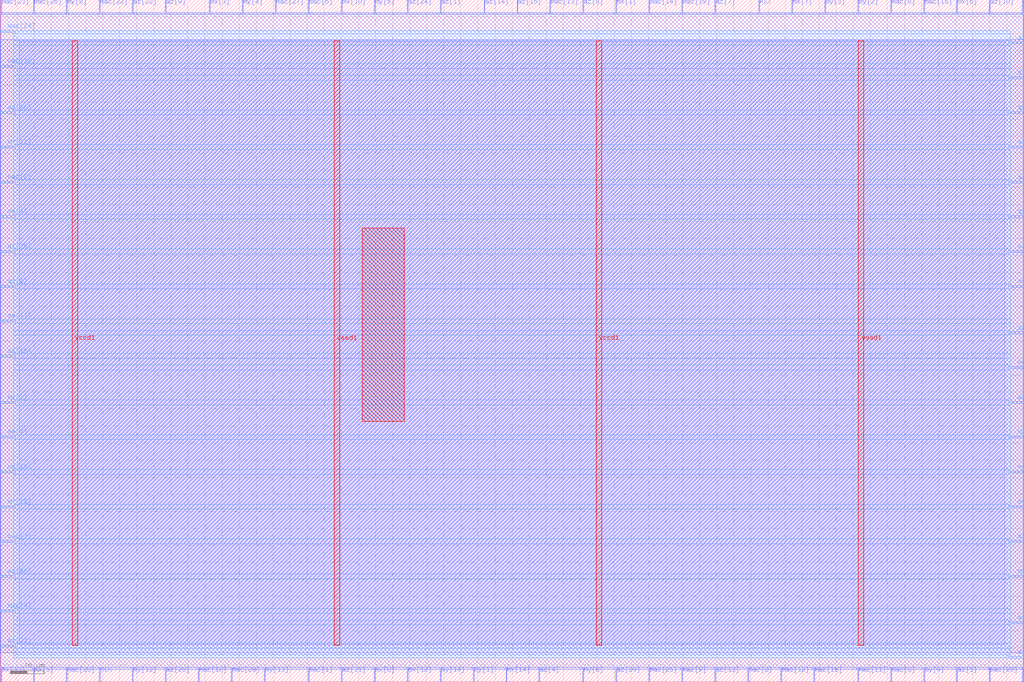
<source format=lef>
VERSION 5.7 ;
  NOWIREEXTENSIONATPIN ON ;
  DIVIDERCHAR "/" ;
  BUSBITCHARS "[]" ;
MACRO mac_top
  CLASS BLOCK ;
  FOREIGN mac_top ;
  ORIGIN 0.000 0.000 ;
  SIZE 300.000 BY 200.000 ;
  PIN CLK
    DIRECTION INPUT ;
    USE SIGNAL ;
    PORT
      LAYER met2 ;
        RECT 29.070 0.000 29.350 4.000 ;
    END
  END CLK
  PIN RST
    DIRECTION INPUT ;
    USE SIGNAL ;
    PORT
      LAYER met2 ;
        RECT 222.270 196.000 222.550 200.000 ;
    END
  END RST
  PIN az[0]
    DIRECTION INPUT ;
    USE SIGNAL ;
    PORT
      LAYER met3 ;
        RECT 0.000 115.640 4.000 116.240 ;
    END
  END az[0]
  PIN az[10]
    DIRECTION INPUT ;
    USE SIGNAL ;
    PORT
      LAYER met2 ;
        RECT 289.890 196.000 290.170 200.000 ;
    END
  END az[10]
  PIN az[11]
    DIRECTION INPUT ;
    USE SIGNAL ;
    PORT
      LAYER met3 ;
        RECT 296.000 156.440 300.000 157.040 ;
    END
  END az[11]
  PIN az[12]
    DIRECTION INPUT ;
    USE SIGNAL ;
    PORT
      LAYER met3 ;
        RECT 296.000 102.040 300.000 102.640 ;
    END
  END az[12]
  PIN az[13]
    DIRECTION INPUT ;
    USE SIGNAL ;
    PORT
      LAYER met2 ;
        RECT 209.390 0.000 209.670 4.000 ;
    END
  END az[13]
  PIN az[14]
    DIRECTION INPUT ;
    USE SIGNAL ;
    PORT
      LAYER met2 ;
        RECT 141.770 196.000 142.050 200.000 ;
    END
  END az[14]
  PIN az[15]
    DIRECTION INPUT ;
    USE SIGNAL ;
    PORT
      LAYER met2 ;
        RECT 151.430 196.000 151.710 200.000 ;
    END
  END az[15]
  PIN az[16]
    DIRECTION INPUT ;
    USE SIGNAL ;
    PORT
      LAYER met3 ;
        RECT 0.000 95.240 4.000 95.840 ;
    END
  END az[16]
  PIN az[17]
    DIRECTION INPUT ;
    USE SIGNAL ;
    PORT
      LAYER met3 ;
        RECT 296.000 187.040 300.000 187.640 ;
    END
  END az[17]
  PIN az[18]
    DIRECTION INPUT ;
    USE SIGNAL ;
    PORT
      LAYER met3 ;
        RECT 296.000 6.840 300.000 7.440 ;
    END
  END az[18]
  PIN az[19]
    DIRECTION INPUT ;
    USE SIGNAL ;
    PORT
      LAYER met3 ;
        RECT 296.000 146.240 300.000 146.840 ;
    END
  END az[19]
  PIN az[1]
    DIRECTION INPUT ;
    USE SIGNAL ;
    PORT
      LAYER met2 ;
        RECT 128.890 196.000 129.170 200.000 ;
    END
  END az[1]
  PIN az[20]
    DIRECTION INPUT ;
    USE SIGNAL ;
    PORT
      LAYER met2 ;
        RECT 180.410 0.000 180.690 4.000 ;
    END
  END az[20]
  PIN az[21]
    DIRECTION INPUT ;
    USE SIGNAL ;
    PORT
      LAYER met3 ;
        RECT 0.000 10.240 4.000 10.840 ;
    END
  END az[21]
  PIN az[22]
    DIRECTION INPUT ;
    USE SIGNAL ;
    PORT
      LAYER met2 ;
        RECT 38.730 196.000 39.010 200.000 ;
    END
  END az[22]
  PIN az[23]
    DIRECTION INPUT ;
    USE SIGNAL ;
    PORT
      LAYER met3 ;
        RECT 296.000 176.840 300.000 177.440 ;
    END
  END az[23]
  PIN az[24]
    DIRECTION INPUT ;
    USE SIGNAL ;
    PORT
      LAYER met2 ;
        RECT 119.230 196.000 119.510 200.000 ;
    END
  END az[24]
  PIN az[25]
    DIRECTION INPUT ;
    USE SIGNAL ;
    PORT
      LAYER met3 ;
        RECT 0.000 125.840 4.000 126.440 ;
    END
  END az[25]
  PIN az[26]
    DIRECTION INPUT ;
    USE SIGNAL ;
    PORT
      LAYER met3 ;
        RECT 0.000 166.640 4.000 167.240 ;
    END
  END az[26]
  PIN az[27]
    DIRECTION INPUT ;
    USE SIGNAL ;
    PORT
      LAYER met3 ;
        RECT 296.000 40.840 300.000 41.440 ;
    END
  END az[27]
  PIN az[28]
    DIRECTION INPUT ;
    USE SIGNAL ;
    PORT
      LAYER met2 ;
        RECT 48.390 0.000 48.670 4.000 ;
    END
  END az[28]
  PIN az[29]
    DIRECTION INPUT ;
    USE SIGNAL ;
    PORT
      LAYER met3 ;
        RECT 296.000 81.640 300.000 82.240 ;
    END
  END az[29]
  PIN az[2]
    DIRECTION INPUT ;
    USE SIGNAL ;
    PORT
      LAYER met3 ;
        RECT 296.000 17.040 300.000 17.640 ;
    END
  END az[2]
  PIN az[30]
    DIRECTION INPUT ;
    USE SIGNAL ;
    PORT
      LAYER met3 ;
        RECT 0.000 30.640 4.000 31.240 ;
    END
  END az[30]
  PIN az[31]
    DIRECTION INPUT ;
    USE SIGNAL ;
    PORT
      LAYER met2 ;
        RECT 99.910 0.000 100.190 4.000 ;
    END
  END az[31]
  PIN az[3]
    DIRECTION INPUT ;
    USE SIGNAL ;
    PORT
      LAYER met3 ;
        RECT 296.000 136.040 300.000 136.640 ;
    END
  END az[3]
  PIN az[4]
    DIRECTION INPUT ;
    USE SIGNAL ;
    PORT
      LAYER met2 ;
        RECT 157.870 0.000 158.150 4.000 ;
    END
  END az[4]
  PIN az[5]
    DIRECTION INPUT ;
    USE SIGNAL ;
    PORT
      LAYER met2 ;
        RECT 280.230 0.000 280.510 4.000 ;
    END
  END az[5]
  PIN az[6]
    DIRECTION INPUT ;
    USE SIGNAL ;
    PORT
      LAYER met3 ;
        RECT 296.000 166.640 300.000 167.240 ;
    END
  END az[6]
  PIN az[7]
    DIRECTION INPUT ;
    USE SIGNAL ;
    PORT
      LAYER met2 ;
        RECT 209.390 196.000 209.670 200.000 ;
    END
  END az[7]
  PIN az[8]
    DIRECTION INPUT ;
    USE SIGNAL ;
    PORT
      LAYER met2 ;
        RECT 170.750 196.000 171.030 200.000 ;
    END
  END az[8]
  PIN az[9]
    DIRECTION INPUT ;
    USE SIGNAL ;
    PORT
      LAYER met2 ;
        RECT 48.390 196.000 48.670 200.000 ;
    END
  END az[9]
  PIN mac[0]
    DIRECTION OUTPUT TRISTATE ;
    USE SIGNAL ;
    PORT
      LAYER met2 ;
        RECT 260.910 196.000 261.190 200.000 ;
    END
  END mac[0]
  PIN mac[10]
    DIRECTION OUTPUT TRISTATE ;
    USE SIGNAL ;
    PORT
      LAYER met2 ;
        RECT 58.050 0.000 58.330 4.000 ;
    END
  END mac[10]
  PIN mac[11]
    DIRECTION OUTPUT TRISTATE ;
    USE SIGNAL ;
    PORT
      LAYER met2 ;
        RECT 251.250 0.000 251.530 4.000 ;
    END
  END mac[11]
  PIN mac[12]
    DIRECTION OUTPUT TRISTATE ;
    USE SIGNAL ;
    PORT
      LAYER met2 ;
        RECT 228.710 0.000 228.990 4.000 ;
    END
  END mac[12]
  PIN mac[13]
    DIRECTION OUTPUT TRISTATE ;
    USE SIGNAL ;
    PORT
      LAYER met2 ;
        RECT 161.090 196.000 161.370 200.000 ;
    END
  END mac[13]
  PIN mac[14]
    DIRECTION OUTPUT TRISTATE ;
    USE SIGNAL ;
    PORT
      LAYER met2 ;
        RECT 190.070 196.000 190.350 200.000 ;
    END
  END mac[14]
  PIN mac[15]
    DIRECTION OUTPUT TRISTATE ;
    USE SIGNAL ;
    PORT
      LAYER met2 ;
        RECT 270.570 196.000 270.850 200.000 ;
    END
  END mac[15]
  PIN mac[16]
    DIRECTION OUTPUT TRISTATE ;
    USE SIGNAL ;
    PORT
      LAYER met2 ;
        RECT 238.370 0.000 238.650 4.000 ;
    END
  END mac[16]
  PIN mac[17]
    DIRECTION OUTPUT TRISTATE ;
    USE SIGNAL ;
    PORT
      LAYER met3 ;
        RECT 296.000 125.840 300.000 126.440 ;
    END
  END mac[17]
  PIN mac[18]
    DIRECTION OUTPUT TRISTATE ;
    USE SIGNAL ;
    PORT
      LAYER met3 ;
        RECT 0.000 180.240 4.000 180.840 ;
    END
  END mac[18]
  PIN mac[19]
    DIRECTION OUTPUT TRISTATE ;
    USE SIGNAL ;
    PORT
      LAYER met2 ;
        RECT 199.730 196.000 200.010 200.000 ;
    END
  END mac[19]
  PIN mac[1]
    DIRECTION OUTPUT TRISTATE ;
    USE SIGNAL ;
    PORT
      LAYER met2 ;
        RECT 90.250 0.000 90.530 4.000 ;
    END
  END mac[1]
  PIN mac[20]
    DIRECTION OUTPUT TRISTATE ;
    USE SIGNAL ;
    PORT
      LAYER met2 ;
        RECT 289.890 0.000 290.170 4.000 ;
    END
  END mac[20]
  PIN mac[21]
    DIRECTION OUTPUT TRISTATE ;
    USE SIGNAL ;
    PORT
      LAYER met3 ;
        RECT 296.000 71.440 300.000 72.040 ;
    END
  END mac[21]
  PIN mac[22]
    DIRECTION OUTPUT TRISTATE ;
    USE SIGNAL ;
    PORT
      LAYER met2 ;
        RECT 29.070 196.000 29.350 200.000 ;
    END
  END mac[22]
  PIN mac[23]
    DIRECTION OUTPUT TRISTATE ;
    USE SIGNAL ;
    PORT
      LAYER met2 ;
        RECT 0.090 196.000 0.370 200.000 ;
    END
  END mac[23]
  PIN mac[24]
    DIRECTION OUTPUT TRISTATE ;
    USE SIGNAL ;
    PORT
      LAYER met3 ;
        RECT 0.000 190.440 4.000 191.040 ;
    END
  END mac[24]
  PIN mac[25]
    DIRECTION OUTPUT TRISTATE ;
    USE SIGNAL ;
    PORT
      LAYER met2 ;
        RECT 190.070 0.000 190.350 4.000 ;
    END
  END mac[25]
  PIN mac[26]
    DIRECTION OUTPUT TRISTATE ;
    USE SIGNAL ;
    PORT
      LAYER met2 ;
        RECT 9.750 196.000 10.030 200.000 ;
    END
  END mac[26]
  PIN mac[27]
    DIRECTION OUTPUT TRISTATE ;
    USE SIGNAL ;
    PORT
      LAYER met2 ;
        RECT 80.590 196.000 80.870 200.000 ;
    END
  END mac[27]
  PIN mac[28]
    DIRECTION OUTPUT TRISTATE ;
    USE SIGNAL ;
    PORT
      LAYER met2 ;
        RECT 19.410 0.000 19.690 4.000 ;
    END
  END mac[28]
  PIN mac[29]
    DIRECTION OUTPUT TRISTATE ;
    USE SIGNAL ;
    PORT
      LAYER met2 ;
        RECT 67.710 0.000 67.990 4.000 ;
    END
  END mac[29]
  PIN mac[2]
    DIRECTION OUTPUT TRISTATE ;
    USE SIGNAL ;
    PORT
      LAYER met2 ;
        RECT 219.050 0.000 219.330 4.000 ;
    END
  END mac[2]
  PIN mac[30]
    DIRECTION OUTPUT TRISTATE ;
    USE SIGNAL ;
    PORT
      LAYER met3 ;
        RECT 296.000 51.040 300.000 51.640 ;
    END
  END mac[30]
  PIN mac[31]
    DIRECTION OUTPUT TRISTATE ;
    USE SIGNAL ;
    PORT
      LAYER met2 ;
        RECT 299.550 0.000 299.830 4.000 ;
    END
  END mac[31]
  PIN mac[3]
    DIRECTION OUTPUT TRISTATE ;
    USE SIGNAL ;
    PORT
      LAYER met3 ;
        RECT 0.000 40.840 4.000 41.440 ;
    END
  END mac[3]
  PIN mac[4]
    DIRECTION OUTPUT TRISTATE ;
    USE SIGNAL ;
    PORT
      LAYER met3 ;
        RECT 0.000 20.440 4.000 21.040 ;
    END
  END mac[4]
  PIN mac[5]
    DIRECTION OUTPUT TRISTATE ;
    USE SIGNAL ;
    PORT
      LAYER met2 ;
        RECT 260.910 0.000 261.190 4.000 ;
    END
  END mac[5]
  PIN mac[6]
    DIRECTION OUTPUT TRISTATE ;
    USE SIGNAL ;
    PORT
      LAYER met2 ;
        RECT 90.250 196.000 90.530 200.000 ;
    END
  END mac[6]
  PIN mac[7]
    DIRECTION OUTPUT TRISTATE ;
    USE SIGNAL ;
    PORT
      LAYER met3 ;
        RECT 296.000 30.640 300.000 31.240 ;
    END
  END mac[7]
  PIN mac[8]
    DIRECTION OUTPUT TRISTATE ;
    USE SIGNAL ;
    PORT
      LAYER met3 ;
        RECT 0.000 146.240 4.000 146.840 ;
    END
  END mac[8]
  PIN mac[9]
    DIRECTION OUTPUT TRISTATE ;
    USE SIGNAL ;
    PORT
      LAYER met2 ;
        RECT 199.730 0.000 200.010 4.000 ;
    END
  END mac[9]
  PIN mx[0]
    DIRECTION INPUT ;
    USE SIGNAL ;
    PORT
      LAYER met3 ;
        RECT 296.000 115.640 300.000 116.240 ;
    END
  END mx[0]
  PIN mx[10]
    DIRECTION INPUT ;
    USE SIGNAL ;
    PORT
      LAYER met2 ;
        RECT 99.910 196.000 100.190 200.000 ;
    END
  END mx[10]
  PIN mx[11]
    DIRECTION INPUT ;
    USE SIGNAL ;
    PORT
      LAYER met3 ;
        RECT 0.000 156.440 4.000 157.040 ;
    END
  END mx[11]
  PIN mx[12]
    DIRECTION INPUT ;
    USE SIGNAL ;
    PORT
      LAYER met2 ;
        RECT 119.230 0.000 119.510 4.000 ;
    END
  END mx[12]
  PIN mx[13]
    DIRECTION INPUT ;
    USE SIGNAL ;
    PORT
      LAYER met2 ;
        RECT 0.090 0.000 0.370 4.000 ;
    END
  END mx[13]
  PIN mx[14]
    DIRECTION INPUT ;
    USE SIGNAL ;
    PORT
      LAYER met2 ;
        RECT 148.210 0.000 148.490 4.000 ;
    END
  END mx[14]
  PIN mx[15]
    DIRECTION INPUT ;
    USE SIGNAL ;
    PORT
      LAYER met3 ;
        RECT 0.000 51.040 4.000 51.640 ;
    END
  END mx[15]
  PIN mx[1]
    DIRECTION INPUT ;
    USE SIGNAL ;
    PORT
      LAYER met2 ;
        RECT 180.410 196.000 180.690 200.000 ;
    END
  END mx[1]
  PIN mx[2]
    DIRECTION INPUT ;
    USE SIGNAL ;
    PORT
      LAYER met3 ;
        RECT 0.000 81.640 4.000 82.240 ;
    END
  END mx[2]
  PIN mx[3]
    DIRECTION INPUT ;
    USE SIGNAL ;
    PORT
      LAYER met2 ;
        RECT 61.270 196.000 61.550 200.000 ;
    END
  END mx[3]
  PIN mx[4]
    DIRECTION INPUT ;
    USE SIGNAL ;
    PORT
      LAYER met3 ;
        RECT 0.000 136.040 4.000 136.640 ;
    END
  END mx[4]
  PIN mx[5]
    DIRECTION INPUT ;
    USE SIGNAL ;
    PORT
      LAYER met2 ;
        RECT 9.750 0.000 10.030 4.000 ;
    END
  END mx[5]
  PIN mx[6]
    DIRECTION INPUT ;
    USE SIGNAL ;
    PORT
      LAYER met2 ;
        RECT 280.230 196.000 280.510 200.000 ;
    END
  END mx[6]
  PIN mx[7]
    DIRECTION INPUT ;
    USE SIGNAL ;
    PORT
      LAYER met2 ;
        RECT 231.930 196.000 232.210 200.000 ;
    END
  END mx[7]
  PIN mx[8]
    DIRECTION INPUT ;
    USE SIGNAL ;
    PORT
      LAYER met2 ;
        RECT 109.570 0.000 109.850 4.000 ;
    END
  END mx[8]
  PIN mx[9]
    DIRECTION INPUT ;
    USE SIGNAL ;
    PORT
      LAYER met2 ;
        RECT 299.550 196.000 299.830 200.000 ;
    END
  END mx[9]
  PIN my[0]
    DIRECTION INPUT ;
    USE SIGNAL ;
    PORT
      LAYER met2 ;
        RECT 270.570 0.000 270.850 4.000 ;
    END
  END my[0]
  PIN my[10]
    DIRECTION INPUT ;
    USE SIGNAL ;
    PORT
      LAYER met3 ;
        RECT 0.000 61.240 4.000 61.840 ;
    END
  END my[10]
  PIN my[11]
    DIRECTION INPUT ;
    USE SIGNAL ;
    PORT
      LAYER met3 ;
        RECT 0.000 105.440 4.000 106.040 ;
    END
  END my[11]
  PIN my[12]
    DIRECTION INPUT ;
    USE SIGNAL ;
    PORT
      LAYER met2 ;
        RECT 38.730 0.000 39.010 4.000 ;
    END
  END my[12]
  PIN my[13]
    DIRECTION INPUT ;
    USE SIGNAL ;
    PORT
      LAYER met2 ;
        RECT 77.370 0.000 77.650 4.000 ;
    END
  END my[13]
  PIN my[14]
    DIRECTION INPUT ;
    USE SIGNAL ;
    PORT
      LAYER met2 ;
        RECT 128.890 0.000 129.170 4.000 ;
    END
  END my[14]
  PIN my[15]
    DIRECTION INPUT ;
    USE SIGNAL ;
    PORT
      LAYER met3 ;
        RECT 296.000 91.840 300.000 92.440 ;
    END
  END my[15]
  PIN my[1]
    DIRECTION INPUT ;
    USE SIGNAL ;
    PORT
      LAYER met2 ;
        RECT 138.550 0.000 138.830 4.000 ;
    END
  END my[1]
  PIN my[2]
    DIRECTION INPUT ;
    USE SIGNAL ;
    PORT
      LAYER met2 ;
        RECT 251.250 196.000 251.530 200.000 ;
    END
  END my[2]
  PIN my[3]
    DIRECTION INPUT ;
    USE SIGNAL ;
    PORT
      LAYER met2 ;
        RECT 241.590 196.000 241.870 200.000 ;
    END
  END my[3]
  PIN my[4]
    DIRECTION INPUT ;
    USE SIGNAL ;
    PORT
      LAYER met2 ;
        RECT 70.930 196.000 71.210 200.000 ;
    END
  END my[4]
  PIN my[5]
    DIRECTION INPUT ;
    USE SIGNAL ;
    PORT
      LAYER met2 ;
        RECT 109.570 196.000 109.850 200.000 ;
    END
  END my[5]
  PIN my[6]
    DIRECTION INPUT ;
    USE SIGNAL ;
    PORT
      LAYER met2 ;
        RECT 170.750 0.000 171.030 4.000 ;
    END
  END my[6]
  PIN my[7]
    DIRECTION INPUT ;
    USE SIGNAL ;
    PORT
      LAYER met3 ;
        RECT 0.000 71.440 4.000 72.040 ;
    END
  END my[7]
  PIN my[8]
    DIRECTION INPUT ;
    USE SIGNAL ;
    PORT
      LAYER met2 ;
        RECT 19.410 196.000 19.690 200.000 ;
    END
  END my[8]
  PIN my[9]
    DIRECTION INPUT ;
    USE SIGNAL ;
    PORT
      LAYER met3 ;
        RECT 296.000 61.240 300.000 61.840 ;
    END
  END my[9]
  PIN vccd1
    DIRECTION INPUT ;
    USE POWER ;
    PORT
      LAYER met4 ;
        RECT 21.040 10.640 22.640 187.920 ;
    END
    PORT
      LAYER met4 ;
        RECT 174.640 10.640 176.240 187.920 ;
    END
  END vccd1
  PIN vssd1
    DIRECTION INPUT ;
    USE GROUND ;
    PORT
      LAYER met4 ;
        RECT 97.840 10.640 99.440 187.920 ;
    END
    PORT
      LAYER met4 ;
        RECT 251.440 10.640 253.040 187.920 ;
    END
  END vssd1
  OBS
      LAYER li1 ;
        RECT 5.520 10.795 294.400 187.765 ;
      LAYER met1 ;
        RECT 0.070 8.540 299.850 188.320 ;
      LAYER met2 ;
        RECT 0.650 195.720 9.470 196.250 ;
        RECT 10.310 195.720 19.130 196.250 ;
        RECT 19.970 195.720 28.790 196.250 ;
        RECT 29.630 195.720 38.450 196.250 ;
        RECT 39.290 195.720 48.110 196.250 ;
        RECT 48.950 195.720 60.990 196.250 ;
        RECT 61.830 195.720 70.650 196.250 ;
        RECT 71.490 195.720 80.310 196.250 ;
        RECT 81.150 195.720 89.970 196.250 ;
        RECT 90.810 195.720 99.630 196.250 ;
        RECT 100.470 195.720 109.290 196.250 ;
        RECT 110.130 195.720 118.950 196.250 ;
        RECT 119.790 195.720 128.610 196.250 ;
        RECT 129.450 195.720 141.490 196.250 ;
        RECT 142.330 195.720 151.150 196.250 ;
        RECT 151.990 195.720 160.810 196.250 ;
        RECT 161.650 195.720 170.470 196.250 ;
        RECT 171.310 195.720 180.130 196.250 ;
        RECT 180.970 195.720 189.790 196.250 ;
        RECT 190.630 195.720 199.450 196.250 ;
        RECT 200.290 195.720 209.110 196.250 ;
        RECT 209.950 195.720 221.990 196.250 ;
        RECT 222.830 195.720 231.650 196.250 ;
        RECT 232.490 195.720 241.310 196.250 ;
        RECT 242.150 195.720 250.970 196.250 ;
        RECT 251.810 195.720 260.630 196.250 ;
        RECT 261.470 195.720 270.290 196.250 ;
        RECT 271.130 195.720 279.950 196.250 ;
        RECT 280.790 195.720 289.610 196.250 ;
        RECT 290.450 195.720 299.270 196.250 ;
        RECT 0.100 4.280 299.820 195.720 ;
        RECT 0.650 3.670 9.470 4.280 ;
        RECT 10.310 3.670 19.130 4.280 ;
        RECT 19.970 3.670 28.790 4.280 ;
        RECT 29.630 3.670 38.450 4.280 ;
        RECT 39.290 3.670 48.110 4.280 ;
        RECT 48.950 3.670 57.770 4.280 ;
        RECT 58.610 3.670 67.430 4.280 ;
        RECT 68.270 3.670 77.090 4.280 ;
        RECT 77.930 3.670 89.970 4.280 ;
        RECT 90.810 3.670 99.630 4.280 ;
        RECT 100.470 3.670 109.290 4.280 ;
        RECT 110.130 3.670 118.950 4.280 ;
        RECT 119.790 3.670 128.610 4.280 ;
        RECT 129.450 3.670 138.270 4.280 ;
        RECT 139.110 3.670 147.930 4.280 ;
        RECT 148.770 3.670 157.590 4.280 ;
        RECT 158.430 3.670 170.470 4.280 ;
        RECT 171.310 3.670 180.130 4.280 ;
        RECT 180.970 3.670 189.790 4.280 ;
        RECT 190.630 3.670 199.450 4.280 ;
        RECT 200.290 3.670 209.110 4.280 ;
        RECT 209.950 3.670 218.770 4.280 ;
        RECT 219.610 3.670 228.430 4.280 ;
        RECT 229.270 3.670 238.090 4.280 ;
        RECT 238.930 3.670 250.970 4.280 ;
        RECT 251.810 3.670 260.630 4.280 ;
        RECT 261.470 3.670 270.290 4.280 ;
        RECT 271.130 3.670 279.950 4.280 ;
        RECT 280.790 3.670 289.610 4.280 ;
        RECT 290.450 3.670 299.270 4.280 ;
      LAYER met3 ;
        RECT 4.400 190.040 296.000 190.905 ;
        RECT 4.000 188.040 296.000 190.040 ;
        RECT 4.000 186.640 295.600 188.040 ;
        RECT 4.000 181.240 296.000 186.640 ;
        RECT 4.400 179.840 296.000 181.240 ;
        RECT 4.000 177.840 296.000 179.840 ;
        RECT 4.000 176.440 295.600 177.840 ;
        RECT 4.000 167.640 296.000 176.440 ;
        RECT 4.400 166.240 295.600 167.640 ;
        RECT 4.000 157.440 296.000 166.240 ;
        RECT 4.400 156.040 295.600 157.440 ;
        RECT 4.000 147.240 296.000 156.040 ;
        RECT 4.400 145.840 295.600 147.240 ;
        RECT 4.000 137.040 296.000 145.840 ;
        RECT 4.400 135.640 295.600 137.040 ;
        RECT 4.000 126.840 296.000 135.640 ;
        RECT 4.400 125.440 295.600 126.840 ;
        RECT 4.000 116.640 296.000 125.440 ;
        RECT 4.400 115.240 295.600 116.640 ;
        RECT 4.000 106.440 296.000 115.240 ;
        RECT 4.400 105.040 296.000 106.440 ;
        RECT 4.000 103.040 296.000 105.040 ;
        RECT 4.000 101.640 295.600 103.040 ;
        RECT 4.000 96.240 296.000 101.640 ;
        RECT 4.400 94.840 296.000 96.240 ;
        RECT 4.000 92.840 296.000 94.840 ;
        RECT 4.000 91.440 295.600 92.840 ;
        RECT 4.000 82.640 296.000 91.440 ;
        RECT 4.400 81.240 295.600 82.640 ;
        RECT 4.000 72.440 296.000 81.240 ;
        RECT 4.400 71.040 295.600 72.440 ;
        RECT 4.000 62.240 296.000 71.040 ;
        RECT 4.400 60.840 295.600 62.240 ;
        RECT 4.000 52.040 296.000 60.840 ;
        RECT 4.400 50.640 295.600 52.040 ;
        RECT 4.000 41.840 296.000 50.640 ;
        RECT 4.400 40.440 295.600 41.840 ;
        RECT 4.000 31.640 296.000 40.440 ;
        RECT 4.400 30.240 295.600 31.640 ;
        RECT 4.000 21.440 296.000 30.240 ;
        RECT 4.400 20.040 296.000 21.440 ;
        RECT 4.000 18.040 296.000 20.040 ;
        RECT 4.000 16.640 295.600 18.040 ;
        RECT 4.000 11.240 296.000 16.640 ;
        RECT 4.400 9.840 296.000 11.240 ;
        RECT 4.000 7.840 296.000 9.840 ;
        RECT 4.000 6.975 295.600 7.840 ;
      LAYER met4 ;
        RECT 106.095 76.335 118.385 133.105 ;
  END
END mac_top
END LIBRARY


</source>
